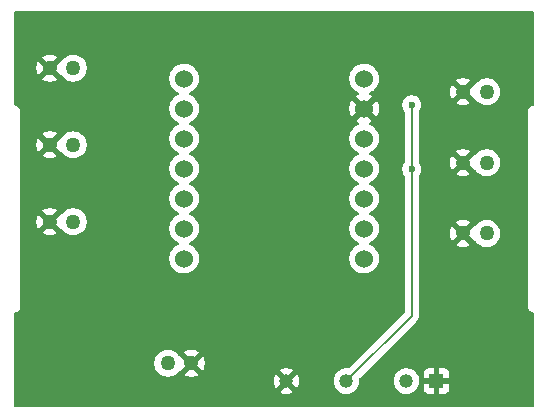
<source format=gbl>
%TF.GenerationSoftware,KiCad,Pcbnew,9.0.0*%
%TF.CreationDate,2025-11-02T14:52:09-05:00*%
%TF.ProjectId,OlfactoryDisplay_main_v2,4f6c6661-6374-46f7-9279-446973706c61,rev?*%
%TF.SameCoordinates,Original*%
%TF.FileFunction,Copper,L2,Bot*%
%TF.FilePolarity,Positive*%
%FSLAX46Y46*%
G04 Gerber Fmt 4.6, Leading zero omitted, Abs format (unit mm)*
G04 Created by KiCad (PCBNEW 9.0.0) date 2025-11-02 14:52:09*
%MOMM*%
%LPD*%
G01*
G04 APERTURE LIST*
%TA.AperFunction,ComponentPad*%
%ADD10C,1.270000*%
%TD*%
%TA.AperFunction,ComponentPad*%
%ADD11C,1.524000*%
%TD*%
%TA.AperFunction,ComponentPad*%
%ADD12R,1.180000X1.180000*%
%TD*%
%TA.AperFunction,ComponentPad*%
%ADD13C,1.180000*%
%TD*%
%TA.AperFunction,ViaPad*%
%ADD14C,0.600000*%
%TD*%
%TA.AperFunction,Conductor*%
%ADD15C,0.200000*%
%TD*%
G04 APERTURE END LIST*
D10*
%TO.P,J3,1,1*%
%TO.N,Atomizer 3 Out*%
X124000000Y-92818500D03*
%TO.P,J3,2,2*%
%TO.N,GND*%
X121999999Y-92818500D03*
%TD*%
%TO.P,J2,1,1*%
%TO.N,Atomizer 2 Out*%
X89000001Y-91318500D03*
%TO.P,J2,2,2*%
%TO.N,GND*%
X87000000Y-91318500D03*
%TD*%
D11*
%TO.P,U7,1,PA02_A0_D0*%
%TO.N,unconnected-(U7-PA02_A0_D0-Pad1)*%
X98380000Y-85698500D03*
%TO.P,U7,2,PA4_A1_D1*%
%TO.N,Net-(U3-G)*%
X98380000Y-88238500D03*
%TO.P,U7,3,PA10_A2_D2*%
%TO.N,Net-(U4-G)*%
X98380000Y-90778500D03*
%TO.P,U7,4,PA11_A3_D3*%
%TO.N,Net-(U2-G)*%
X98380000Y-93318500D03*
%TO.P,U7,5,PA8_A4_D4_SDA*%
%TO.N,unconnected-(U7-PA8_A4_D4_SDA-Pad5)*%
X98380000Y-95858500D03*
%TO.P,U7,6,PA9_A5_D5_SCL*%
%TO.N,unconnected-(U7-PA9_A5_D5_SCL-Pad6)*%
X98380000Y-98398500D03*
%TO.P,U7,7,PB08_A6_D6_TX*%
%TO.N,unconnected-(U7-PB08_A6_D6_TX-Pad7)*%
X98380000Y-100938500D03*
%TO.P,U7,8,PB09_A7_D7_RX*%
%TO.N,unconnected-(U7-PB09_A7_D7_RX-Pad8)*%
X113620000Y-100938500D03*
%TO.P,U7,9,PA7_A8_D8_SCK*%
%TO.N,Net-(U1-G)*%
X113620000Y-98398500D03*
%TO.P,U7,10,PA5_A9_D9_MISO*%
%TO.N,Net-(U5-G)*%
X113620000Y-95858500D03*
%TO.P,U7,11,PA6_A10_D10_MOSI*%
%TO.N,Net-(U6-G)*%
X113620000Y-93318500D03*
%TO.P,U7,12,3V3*%
%TO.N,unconnected-(U7-3V3-Pad12)*%
X113620000Y-90778500D03*
%TO.P,U7,13,GND*%
%TO.N,GND*%
X113620000Y-88238500D03*
%TO.P,U7,14,5V*%
%TO.N,unconnected-(U7-5V-Pad14)*%
X113620000Y-85698500D03*
%TD*%
D10*
%TO.P,J9,1,1*%
%TO.N,5V Fan Out*%
X89000001Y-97818500D03*
%TO.P,J9,2,2*%
%TO.N,GND*%
X87000000Y-97818500D03*
%TD*%
%TO.P,J4,1,1*%
%TO.N,Atomizer 4 Out*%
X124000000Y-86818500D03*
%TO.P,J4,2,2*%
%TO.N,GND*%
X121999999Y-86818500D03*
%TD*%
%TO.P,J1,1,1*%
%TO.N,Atomizer 1 Out*%
X89000001Y-84818500D03*
%TO.P,J1,2,2*%
%TO.N,GND*%
X87000000Y-84818500D03*
%TD*%
%TO.P,J7,1,1*%
%TO.N,Battery 1 In*%
X96999999Y-109818500D03*
%TO.P,J7,2,2*%
%TO.N,GND*%
X99000000Y-109818500D03*
%TD*%
%TO.P,J5,1,1*%
%TO.N,12V Fan Out*%
X124000000Y-98818500D03*
%TO.P,J5,2,2*%
%TO.N,GND*%
X121999999Y-98818500D03*
%TD*%
D12*
%TO.P,PS1,1,+VIN*%
%TO.N,GND*%
X119750000Y-111318500D03*
D13*
%TO.P,PS1,2,-VIN*%
%TO.N,Converter Out*%
X117210000Y-111318500D03*
%TO.P,PS1,4,-VOUT*%
%TO.N,Battery 1 In*%
X112130000Y-111318500D03*
%TO.P,PS1,6,+VOUT*%
%TO.N,GND*%
X107050000Y-111318500D03*
%TD*%
D14*
%TO.N,Battery 1 In*%
X117650000Y-93367650D03*
X117650000Y-87916800D03*
%TD*%
D15*
%TO.N,Battery 1 In*%
X112130000Y-111318500D02*
X117650000Y-105798500D01*
X117650000Y-93367650D02*
X117650000Y-87916800D01*
X117650000Y-105798500D02*
X117650000Y-93367650D01*
%TD*%
%TA.AperFunction,Conductor*%
%TO.N,GND*%
G36*
X127943039Y-80020185D02*
G01*
X127988794Y-80072989D01*
X128000000Y-80124500D01*
X128000000Y-87886696D01*
X127980315Y-87953735D01*
X127927511Y-87999490D01*
X127908097Y-88006469D01*
X127866853Y-88017520D01*
X127806812Y-88033608D01*
X127692686Y-88099500D01*
X127692683Y-88099502D01*
X127599502Y-88192683D01*
X127599500Y-88192686D01*
X127533608Y-88306812D01*
X127499500Y-88434108D01*
X127499500Y-105065891D01*
X127533608Y-105193187D01*
X127566554Y-105250250D01*
X127599500Y-105307314D01*
X127692686Y-105400500D01*
X127806814Y-105466392D01*
X127908095Y-105493529D01*
X127967753Y-105529892D01*
X127998283Y-105592739D01*
X128000000Y-105613303D01*
X128000000Y-113375500D01*
X127980315Y-113442539D01*
X127927511Y-113488294D01*
X127876000Y-113499500D01*
X84124000Y-113499500D01*
X84056961Y-113479815D01*
X84011206Y-113427011D01*
X84000000Y-113375500D01*
X84000000Y-111232715D01*
X105960000Y-111232715D01*
X105960000Y-111404284D01*
X105986839Y-111573742D01*
X106039859Y-111736919D01*
X106117749Y-111889786D01*
X106120867Y-111894077D01*
X106120868Y-111894077D01*
X106660000Y-111354945D01*
X106660000Y-111369844D01*
X106686578Y-111469034D01*
X106737923Y-111557965D01*
X106810535Y-111630577D01*
X106899466Y-111681922D01*
X106998656Y-111708500D01*
X107013553Y-111708500D01*
X106474420Y-112247630D01*
X106474420Y-112247631D01*
X106478711Y-112250748D01*
X106631580Y-112328640D01*
X106794757Y-112381660D01*
X106964216Y-112408500D01*
X107135784Y-112408500D01*
X107305242Y-112381660D01*
X107468424Y-112328638D01*
X107621277Y-112250754D01*
X107621293Y-112250744D01*
X107625577Y-112247631D01*
X107625578Y-112247630D01*
X107086448Y-111708500D01*
X107101344Y-111708500D01*
X107200534Y-111681922D01*
X107289465Y-111630577D01*
X107362077Y-111557965D01*
X107413422Y-111469034D01*
X107440000Y-111369844D01*
X107440000Y-111354948D01*
X107979130Y-111894078D01*
X107979131Y-111894077D01*
X107982244Y-111889793D01*
X107982254Y-111889777D01*
X108060138Y-111736924D01*
X108113160Y-111573742D01*
X108140000Y-111404284D01*
X108140000Y-111232715D01*
X108139994Y-111232676D01*
X111039500Y-111232676D01*
X111039500Y-111404323D01*
X111066352Y-111573860D01*
X111119392Y-111737104D01*
X111119393Y-111737107D01*
X111197183Y-111889777D01*
X111197321Y-111890047D01*
X111298213Y-112028913D01*
X111419587Y-112150287D01*
X111558453Y-112251179D01*
X111633465Y-112289399D01*
X111711392Y-112329106D01*
X111711395Y-112329107D01*
X111781392Y-112351850D01*
X111874641Y-112382148D01*
X112044176Y-112409000D01*
X112044177Y-112409000D01*
X112215823Y-112409000D01*
X112215824Y-112409000D01*
X112385359Y-112382148D01*
X112548607Y-112329106D01*
X112701547Y-112251179D01*
X112840413Y-112150287D01*
X112961787Y-112028913D01*
X113062679Y-111890047D01*
X113140606Y-111737107D01*
X113193648Y-111573859D01*
X113220500Y-111404324D01*
X113220500Y-111232676D01*
X116119500Y-111232676D01*
X116119500Y-111404323D01*
X116146352Y-111573860D01*
X116199392Y-111737104D01*
X116199393Y-111737107D01*
X116277183Y-111889777D01*
X116277321Y-111890047D01*
X116378213Y-112028913D01*
X116499587Y-112150287D01*
X116638453Y-112251179D01*
X116713465Y-112289399D01*
X116791392Y-112329106D01*
X116791395Y-112329107D01*
X116861392Y-112351850D01*
X116954641Y-112382148D01*
X117124176Y-112409000D01*
X117124177Y-112409000D01*
X117295823Y-112409000D01*
X117295824Y-112409000D01*
X117465359Y-112382148D01*
X117628607Y-112329106D01*
X117781547Y-112251179D01*
X117920413Y-112150287D01*
X118041787Y-112028913D01*
X118142679Y-111890047D01*
X118220606Y-111737107D01*
X118273648Y-111573859D01*
X118300500Y-111404324D01*
X118300500Y-111232676D01*
X118273648Y-111063141D01*
X118229102Y-110926040D01*
X118220607Y-110899895D01*
X118220606Y-110899892D01*
X118142678Y-110746952D01*
X118094511Y-110680655D01*
X118660000Y-110680655D01*
X118660000Y-111068500D01*
X119448458Y-111068500D01*
X119437923Y-111079035D01*
X119386578Y-111167966D01*
X119360000Y-111267156D01*
X119360000Y-111369844D01*
X119386578Y-111469034D01*
X119437923Y-111557965D01*
X119448458Y-111568500D01*
X118660000Y-111568500D01*
X118660000Y-111956344D01*
X118666401Y-112015872D01*
X118666403Y-112015879D01*
X118716645Y-112150586D01*
X118716649Y-112150593D01*
X118802809Y-112265687D01*
X118802812Y-112265690D01*
X118917906Y-112351850D01*
X118917913Y-112351854D01*
X119052620Y-112402096D01*
X119052627Y-112402098D01*
X119112155Y-112408499D01*
X119112172Y-112408500D01*
X119500000Y-112408500D01*
X119500000Y-111620042D01*
X119510535Y-111630577D01*
X119599466Y-111681922D01*
X119698656Y-111708500D01*
X119801344Y-111708500D01*
X119900534Y-111681922D01*
X119989465Y-111630577D01*
X120000000Y-111620042D01*
X120000000Y-112408500D01*
X120387828Y-112408500D01*
X120387844Y-112408499D01*
X120447372Y-112402098D01*
X120447379Y-112402096D01*
X120582086Y-112351854D01*
X120582093Y-112351850D01*
X120697187Y-112265690D01*
X120697190Y-112265687D01*
X120783350Y-112150593D01*
X120783354Y-112150586D01*
X120833596Y-112015879D01*
X120833598Y-112015872D01*
X120839999Y-111956344D01*
X120840000Y-111956327D01*
X120840000Y-111568500D01*
X120051542Y-111568500D01*
X120062077Y-111557965D01*
X120113422Y-111469034D01*
X120140000Y-111369844D01*
X120140000Y-111267156D01*
X120113422Y-111167966D01*
X120062077Y-111079035D01*
X120051542Y-111068500D01*
X120840000Y-111068500D01*
X120840000Y-110680672D01*
X120839999Y-110680655D01*
X120833598Y-110621127D01*
X120833596Y-110621120D01*
X120783354Y-110486413D01*
X120783350Y-110486406D01*
X120697190Y-110371312D01*
X120697187Y-110371309D01*
X120582093Y-110285149D01*
X120582086Y-110285145D01*
X120447379Y-110234903D01*
X120447372Y-110234901D01*
X120387844Y-110228500D01*
X120000000Y-110228500D01*
X120000000Y-111016958D01*
X119989465Y-111006423D01*
X119900534Y-110955078D01*
X119801344Y-110928500D01*
X119698656Y-110928500D01*
X119599466Y-110955078D01*
X119510535Y-111006423D01*
X119500000Y-111016958D01*
X119500000Y-110228500D01*
X119112155Y-110228500D01*
X119052627Y-110234901D01*
X119052620Y-110234903D01*
X118917913Y-110285145D01*
X118917906Y-110285149D01*
X118802812Y-110371309D01*
X118802809Y-110371312D01*
X118716649Y-110486406D01*
X118716645Y-110486413D01*
X118666403Y-110621120D01*
X118666401Y-110621127D01*
X118660000Y-110680655D01*
X118094511Y-110680655D01*
X118041787Y-110608087D01*
X117920413Y-110486713D01*
X117781547Y-110385821D01*
X117628607Y-110307893D01*
X117628604Y-110307892D01*
X117465360Y-110254852D01*
X117339407Y-110234903D01*
X117295824Y-110228000D01*
X117124176Y-110228000D01*
X117080593Y-110234903D01*
X116954639Y-110254852D01*
X116791395Y-110307892D01*
X116791392Y-110307893D01*
X116638452Y-110385821D01*
X116559224Y-110443383D01*
X116499587Y-110486713D01*
X116499585Y-110486715D01*
X116499584Y-110486715D01*
X116378215Y-110608084D01*
X116378215Y-110608085D01*
X116378213Y-110608087D01*
X116368744Y-110621120D01*
X116277321Y-110746952D01*
X116199393Y-110899892D01*
X116199392Y-110899895D01*
X116146352Y-111063139D01*
X116119500Y-111232676D01*
X113220500Y-111232676D01*
X113209050Y-111160387D01*
X113208965Y-111159817D01*
X113213674Y-111125723D01*
X113218085Y-111091597D01*
X113218465Y-111091039D01*
X113218526Y-111090605D01*
X113219700Y-111089234D01*
X113243919Y-111053814D01*
X118018713Y-106279021D01*
X118018716Y-106279020D01*
X118130520Y-106167216D01*
X118180639Y-106080404D01*
X118209577Y-106030285D01*
X118250501Y-105877557D01*
X118250501Y-105719443D01*
X118250501Y-105711848D01*
X118250500Y-105711830D01*
X118250500Y-98729168D01*
X120864999Y-98729168D01*
X120864999Y-98907831D01*
X120892945Y-99084280D01*
X120948154Y-99254193D01*
X121029259Y-99413369D01*
X121038650Y-99426293D01*
X121038651Y-99426294D01*
X121618999Y-98845946D01*
X121618999Y-98868660D01*
X121644963Y-98965561D01*
X121695123Y-99052440D01*
X121766059Y-99123376D01*
X121852938Y-99173536D01*
X121949839Y-99199500D01*
X121972553Y-99199500D01*
X121392204Y-99779847D01*
X121392204Y-99779848D01*
X121405128Y-99789238D01*
X121564305Y-99870344D01*
X121734218Y-99925553D01*
X121910668Y-99953500D01*
X122089330Y-99953500D01*
X122265779Y-99925553D01*
X122435692Y-99870344D01*
X122594866Y-99789239D01*
X122594871Y-99789237D01*
X122607793Y-99779847D01*
X122027446Y-99199500D01*
X122050159Y-99199500D01*
X122147060Y-99173536D01*
X122233939Y-99123376D01*
X122304875Y-99052440D01*
X122355035Y-98965561D01*
X122380999Y-98868660D01*
X122380999Y-98845946D01*
X122961346Y-99426293D01*
X122964658Y-99426033D01*
X123033035Y-99440399D01*
X123074701Y-99476765D01*
X123129881Y-99552712D01*
X123133889Y-99558228D01*
X123260272Y-99684611D01*
X123404868Y-99789667D01*
X123564119Y-99870809D01*
X123564121Y-99870810D01*
X123722670Y-99922325D01*
X123734103Y-99926040D01*
X123910634Y-99954000D01*
X123910635Y-99954000D01*
X124089365Y-99954000D01*
X124089366Y-99954000D01*
X124265897Y-99926040D01*
X124265900Y-99926039D01*
X124265901Y-99926039D01*
X124435878Y-99870810D01*
X124435878Y-99870809D01*
X124435881Y-99870809D01*
X124595132Y-99789667D01*
X124739728Y-99684611D01*
X124866111Y-99558228D01*
X124971167Y-99413632D01*
X125052309Y-99254381D01*
X125107540Y-99084397D01*
X125135500Y-98907866D01*
X125135500Y-98729134D01*
X125107540Y-98552603D01*
X125107539Y-98552599D01*
X125107539Y-98552598D01*
X125052310Y-98382621D01*
X125052308Y-98382618D01*
X124986969Y-98254381D01*
X124971167Y-98223368D01*
X124866111Y-98078772D01*
X124739728Y-97952389D01*
X124595132Y-97847333D01*
X124435881Y-97766191D01*
X124435878Y-97766189D01*
X124265899Y-97710960D01*
X124148209Y-97692320D01*
X124089366Y-97683000D01*
X123910634Y-97683000D01*
X123851790Y-97692320D01*
X123734101Y-97710960D01*
X123734098Y-97710960D01*
X123564121Y-97766189D01*
X123564118Y-97766191D01*
X123404867Y-97847333D01*
X123260270Y-97952390D01*
X123133891Y-98078769D01*
X123133884Y-98078778D01*
X123074702Y-98160234D01*
X123019372Y-98202900D01*
X122964657Y-98210966D01*
X122961346Y-98210705D01*
X122380999Y-98791052D01*
X122380999Y-98768340D01*
X122355035Y-98671439D01*
X122304875Y-98584560D01*
X122233939Y-98513624D01*
X122147060Y-98463464D01*
X122050159Y-98437500D01*
X122027446Y-98437500D01*
X122607793Y-97857152D01*
X122607792Y-97857151D01*
X122594868Y-97847760D01*
X122435692Y-97766655D01*
X122265779Y-97711446D01*
X122089330Y-97683500D01*
X121910668Y-97683500D01*
X121734218Y-97711446D01*
X121564305Y-97766655D01*
X121405126Y-97847762D01*
X121392204Y-97857151D01*
X121392203Y-97857151D01*
X121972553Y-98437500D01*
X121949839Y-98437500D01*
X121852938Y-98463464D01*
X121766059Y-98513624D01*
X121695123Y-98584560D01*
X121644963Y-98671439D01*
X121618999Y-98768340D01*
X121618999Y-98791053D01*
X121038650Y-98210704D01*
X121038650Y-98210705D01*
X121029261Y-98223627D01*
X120948154Y-98382806D01*
X120892945Y-98552719D01*
X120864999Y-98729168D01*
X118250500Y-98729168D01*
X118250500Y-93947415D01*
X118254715Y-93931788D01*
X118254096Y-93917770D01*
X118265438Y-93892042D01*
X118267325Y-93885049D01*
X118271007Y-93878720D01*
X118271789Y-93877939D01*
X118359394Y-93746829D01*
X118419737Y-93601147D01*
X118450500Y-93446492D01*
X118450500Y-93288808D01*
X118450500Y-93288805D01*
X118450499Y-93288803D01*
X118419738Y-93134160D01*
X118419737Y-93134153D01*
X118373640Y-93022864D01*
X118359397Y-92988477D01*
X118359390Y-92988464D01*
X118271398Y-92856775D01*
X118265747Y-92838728D01*
X118255523Y-92822819D01*
X118251071Y-92791857D01*
X118250520Y-92790097D01*
X118250500Y-92787884D01*
X118250500Y-92729168D01*
X120864999Y-92729168D01*
X120864999Y-92907831D01*
X120892945Y-93084280D01*
X120948154Y-93254193D01*
X121029259Y-93413369D01*
X121038650Y-93426293D01*
X121038651Y-93426294D01*
X121618999Y-92845946D01*
X121618999Y-92868660D01*
X121644963Y-92965561D01*
X121695123Y-93052440D01*
X121766059Y-93123376D01*
X121852938Y-93173536D01*
X121949839Y-93199500D01*
X121972553Y-93199500D01*
X121392204Y-93779847D01*
X121392204Y-93779848D01*
X121405128Y-93789238D01*
X121564305Y-93870344D01*
X121734218Y-93925553D01*
X121910668Y-93953500D01*
X122089330Y-93953500D01*
X122265779Y-93925553D01*
X122435692Y-93870344D01*
X122594866Y-93789239D01*
X122594871Y-93789237D01*
X122607793Y-93779847D01*
X122027446Y-93199500D01*
X122050159Y-93199500D01*
X122147060Y-93173536D01*
X122233939Y-93123376D01*
X122304875Y-93052440D01*
X122355035Y-92965561D01*
X122380999Y-92868660D01*
X122380999Y-92845946D01*
X122961346Y-93426293D01*
X122964658Y-93426033D01*
X123033035Y-93440399D01*
X123074701Y-93476765D01*
X123129881Y-93552712D01*
X123133889Y-93558228D01*
X123260272Y-93684611D01*
X123404868Y-93789667D01*
X123564119Y-93870809D01*
X123564121Y-93870810D01*
X123708650Y-93917770D01*
X123734103Y-93926040D01*
X123910634Y-93954000D01*
X123910635Y-93954000D01*
X124089365Y-93954000D01*
X124089366Y-93954000D01*
X124265897Y-93926040D01*
X124265900Y-93926039D01*
X124265901Y-93926039D01*
X124435878Y-93870810D01*
X124435878Y-93870809D01*
X124435881Y-93870809D01*
X124595132Y-93789667D01*
X124739728Y-93684611D01*
X124866111Y-93558228D01*
X124971167Y-93413632D01*
X125052309Y-93254381D01*
X125091371Y-93134160D01*
X125107539Y-93084401D01*
X125107539Y-93084400D01*
X125107540Y-93084397D01*
X125135500Y-92907866D01*
X125135500Y-92729134D01*
X125107540Y-92552603D01*
X125107539Y-92552599D01*
X125107539Y-92552598D01*
X125052310Y-92382621D01*
X125052308Y-92382618D01*
X125046292Y-92370809D01*
X124971167Y-92223368D01*
X124866111Y-92078772D01*
X124739728Y-91952389D01*
X124595132Y-91847333D01*
X124435881Y-91766191D01*
X124435878Y-91766189D01*
X124265899Y-91710960D01*
X124148209Y-91692320D01*
X124089366Y-91683000D01*
X123910634Y-91683000D01*
X123851790Y-91692320D01*
X123734101Y-91710960D01*
X123734098Y-91710960D01*
X123564121Y-91766189D01*
X123564118Y-91766191D01*
X123404867Y-91847333D01*
X123260270Y-91952390D01*
X123133891Y-92078769D01*
X123133884Y-92078778D01*
X123074702Y-92160234D01*
X123019372Y-92202900D01*
X122964657Y-92210966D01*
X122961346Y-92210705D01*
X122380999Y-92791052D01*
X122380999Y-92768340D01*
X122355035Y-92671439D01*
X122304875Y-92584560D01*
X122233939Y-92513624D01*
X122147060Y-92463464D01*
X122050159Y-92437500D01*
X122027446Y-92437500D01*
X122607793Y-91857152D01*
X122607792Y-91857151D01*
X122594868Y-91847760D01*
X122435692Y-91766655D01*
X122265779Y-91711446D01*
X122089330Y-91683500D01*
X121910668Y-91683500D01*
X121734218Y-91711446D01*
X121564305Y-91766655D01*
X121405126Y-91847762D01*
X121392204Y-91857151D01*
X121392203Y-91857151D01*
X121972553Y-92437500D01*
X121949839Y-92437500D01*
X121852938Y-92463464D01*
X121766059Y-92513624D01*
X121695123Y-92584560D01*
X121644963Y-92671439D01*
X121618999Y-92768340D01*
X121618999Y-92791053D01*
X121038650Y-92210704D01*
X121038650Y-92210705D01*
X121029261Y-92223627D01*
X120948154Y-92382806D01*
X120892945Y-92552719D01*
X120864999Y-92729168D01*
X118250500Y-92729168D01*
X118250500Y-88496565D01*
X118270185Y-88429526D01*
X118271398Y-88427674D01*
X118359390Y-88295985D01*
X118359390Y-88295984D01*
X118359394Y-88295979D01*
X118419737Y-88150297D01*
X118450500Y-87995642D01*
X118450500Y-87837958D01*
X118450500Y-87837955D01*
X118450499Y-87837953D01*
X118434353Y-87756779D01*
X118419738Y-87683308D01*
X118419737Y-87683307D01*
X118419737Y-87683303D01*
X118375625Y-87576806D01*
X118359397Y-87537627D01*
X118359390Y-87537614D01*
X118271789Y-87406511D01*
X118271786Y-87406507D01*
X118160292Y-87295013D01*
X118160288Y-87295010D01*
X118029185Y-87207409D01*
X118029172Y-87207402D01*
X117883501Y-87147064D01*
X117883489Y-87147061D01*
X117728845Y-87116300D01*
X117728842Y-87116300D01*
X117571158Y-87116300D01*
X117571155Y-87116300D01*
X117416510Y-87147061D01*
X117416498Y-87147064D01*
X117270827Y-87207402D01*
X117270814Y-87207409D01*
X117139711Y-87295010D01*
X117139707Y-87295013D01*
X117028213Y-87406507D01*
X117028210Y-87406511D01*
X116940609Y-87537614D01*
X116940602Y-87537627D01*
X116880264Y-87683298D01*
X116880261Y-87683310D01*
X116849500Y-87837953D01*
X116849500Y-87995646D01*
X116880261Y-88150289D01*
X116880264Y-88150301D01*
X116940602Y-88295972D01*
X116940609Y-88295985D01*
X117028602Y-88427674D01*
X117049480Y-88494351D01*
X117049500Y-88496565D01*
X117049500Y-92787884D01*
X117029815Y-92854923D01*
X117028602Y-92856775D01*
X116940609Y-92988464D01*
X116940602Y-92988477D01*
X116880264Y-93134148D01*
X116880261Y-93134160D01*
X116849500Y-93288803D01*
X116849500Y-93446496D01*
X116880261Y-93601139D01*
X116880264Y-93601151D01*
X116940602Y-93746822D01*
X116940609Y-93746835D01*
X117028602Y-93878524D01*
X117049480Y-93945201D01*
X117049500Y-93947415D01*
X117049500Y-105498402D01*
X117029815Y-105565441D01*
X117013181Y-105586083D01*
X112394686Y-110204577D01*
X112333363Y-110238062D01*
X112287606Y-110239369D01*
X112215828Y-110228000D01*
X112215824Y-110228000D01*
X112044176Y-110228000D01*
X112000593Y-110234903D01*
X111874639Y-110254852D01*
X111711395Y-110307892D01*
X111711392Y-110307893D01*
X111558452Y-110385821D01*
X111479224Y-110443383D01*
X111419587Y-110486713D01*
X111419585Y-110486715D01*
X111419584Y-110486715D01*
X111298215Y-110608084D01*
X111298215Y-110608085D01*
X111298213Y-110608087D01*
X111288744Y-110621120D01*
X111197321Y-110746952D01*
X111119393Y-110899892D01*
X111119392Y-110899895D01*
X111066352Y-111063139D01*
X111039500Y-111232676D01*
X108139994Y-111232676D01*
X108113160Y-111063257D01*
X108060140Y-110900080D01*
X107982248Y-110747211D01*
X107979131Y-110742920D01*
X107440000Y-111282051D01*
X107440000Y-111267156D01*
X107413422Y-111167966D01*
X107362077Y-111079035D01*
X107289465Y-111006423D01*
X107200534Y-110955078D01*
X107101344Y-110928500D01*
X107086447Y-110928500D01*
X107625578Y-110389369D01*
X107625577Y-110389367D01*
X107621286Y-110386249D01*
X107468419Y-110308359D01*
X107305242Y-110255339D01*
X107135784Y-110228500D01*
X106964216Y-110228500D01*
X106794757Y-110255339D01*
X106631580Y-110308359D01*
X106478716Y-110386249D01*
X106474421Y-110389367D01*
X106474421Y-110389369D01*
X107013554Y-110928500D01*
X106998656Y-110928500D01*
X106899466Y-110955078D01*
X106810535Y-111006423D01*
X106737923Y-111079035D01*
X106686578Y-111167966D01*
X106660000Y-111267156D01*
X106660000Y-111282052D01*
X106120869Y-110742921D01*
X106120867Y-110742921D01*
X106117749Y-110747216D01*
X106039859Y-110900080D01*
X105986839Y-111063257D01*
X105960000Y-111232715D01*
X84000000Y-111232715D01*
X84000000Y-109729134D01*
X95864499Y-109729134D01*
X95864499Y-109907865D01*
X95892459Y-110084398D01*
X95892459Y-110084401D01*
X95947688Y-110254378D01*
X95947690Y-110254381D01*
X96028832Y-110413632D01*
X96133888Y-110558228D01*
X96260271Y-110684611D01*
X96404867Y-110789667D01*
X96564118Y-110870809D01*
X96564120Y-110870810D01*
X96654205Y-110900080D01*
X96734102Y-110926040D01*
X96910633Y-110954000D01*
X96910634Y-110954000D01*
X97089364Y-110954000D01*
X97089365Y-110954000D01*
X97265896Y-110926040D01*
X97265899Y-110926039D01*
X97265900Y-110926039D01*
X97435877Y-110870810D01*
X97435877Y-110870809D01*
X97435880Y-110870809D01*
X97595131Y-110789667D01*
X97739727Y-110684611D01*
X97866110Y-110558228D01*
X97928420Y-110472465D01*
X97931898Y-110468452D01*
X97956998Y-110452319D01*
X97980626Y-110434100D01*
X97986749Y-110433197D01*
X97990674Y-110430675D01*
X98003861Y-110430674D01*
X98035344Y-110426033D01*
X98038652Y-110426293D01*
X98619000Y-109845945D01*
X98619000Y-109868660D01*
X98644964Y-109965561D01*
X98695124Y-110052440D01*
X98766060Y-110123376D01*
X98852939Y-110173536D01*
X98949840Y-110199500D01*
X98972554Y-110199500D01*
X98392205Y-110779847D01*
X98392205Y-110779848D01*
X98405129Y-110789238D01*
X98564306Y-110870344D01*
X98734219Y-110925553D01*
X98910669Y-110953500D01*
X99089331Y-110953500D01*
X99265780Y-110925553D01*
X99435693Y-110870344D01*
X99594867Y-110789239D01*
X99594872Y-110789237D01*
X99607794Y-110779847D01*
X99027447Y-110199500D01*
X99050160Y-110199500D01*
X99147061Y-110173536D01*
X99233940Y-110123376D01*
X99304876Y-110052440D01*
X99355036Y-109965561D01*
X99381000Y-109868660D01*
X99381000Y-109845946D01*
X99961348Y-110426294D01*
X99970737Y-110413372D01*
X99970739Y-110413368D01*
X99987575Y-110380327D01*
X100051844Y-110254193D01*
X100107053Y-110084280D01*
X100135000Y-109907831D01*
X100135000Y-109729168D01*
X100107053Y-109552719D01*
X100051844Y-109382806D01*
X99970738Y-109223629D01*
X99961347Y-109210705D01*
X99381000Y-109791052D01*
X99381000Y-109768340D01*
X99355036Y-109671439D01*
X99304876Y-109584560D01*
X99233940Y-109513624D01*
X99147061Y-109463464D01*
X99050160Y-109437500D01*
X99027447Y-109437500D01*
X99607794Y-108857152D01*
X99607793Y-108857151D01*
X99594869Y-108847760D01*
X99435693Y-108766655D01*
X99265780Y-108711446D01*
X99089331Y-108683500D01*
X98910669Y-108683500D01*
X98734219Y-108711446D01*
X98564306Y-108766655D01*
X98405127Y-108847762D01*
X98392205Y-108857151D01*
X98392204Y-108857151D01*
X98972554Y-109437500D01*
X98949840Y-109437500D01*
X98852939Y-109463464D01*
X98766060Y-109513624D01*
X98695124Y-109584560D01*
X98644964Y-109671439D01*
X98619000Y-109768340D01*
X98619000Y-109791053D01*
X98038651Y-109210704D01*
X98035343Y-109210965D01*
X98030426Y-109209932D01*
X98025608Y-109211347D01*
X97996574Y-109202820D01*
X97966966Y-109196601D01*
X97962077Y-109192690D01*
X97958569Y-109191660D01*
X97946274Y-109180047D01*
X97931897Y-109168546D01*
X97928417Y-109164529D01*
X97866110Y-109078772D01*
X97739727Y-108952389D01*
X97595131Y-108847333D01*
X97435880Y-108766191D01*
X97435877Y-108766189D01*
X97265898Y-108710960D01*
X97148208Y-108692320D01*
X97089365Y-108683000D01*
X96910633Y-108683000D01*
X96851789Y-108692320D01*
X96734100Y-108710960D01*
X96734097Y-108710960D01*
X96564120Y-108766189D01*
X96564117Y-108766191D01*
X96404866Y-108847333D01*
X96260269Y-108952390D01*
X96133889Y-109078770D01*
X96028832Y-109223367D01*
X95947690Y-109382618D01*
X95947688Y-109382621D01*
X95892459Y-109552598D01*
X95892459Y-109552601D01*
X95864499Y-109729134D01*
X84000000Y-109729134D01*
X84000000Y-105613303D01*
X84019685Y-105546264D01*
X84072489Y-105500509D01*
X84091895Y-105493532D01*
X84193186Y-105466392D01*
X84307314Y-105400500D01*
X84400500Y-105307314D01*
X84466392Y-105193186D01*
X84500500Y-105065892D01*
X84500500Y-97729168D01*
X85865000Y-97729168D01*
X85865000Y-97907831D01*
X85892946Y-98084280D01*
X85948155Y-98254193D01*
X86029260Y-98413369D01*
X86038651Y-98426293D01*
X86038652Y-98426294D01*
X86619000Y-97845946D01*
X86619000Y-97868660D01*
X86644964Y-97965561D01*
X86695124Y-98052440D01*
X86766060Y-98123376D01*
X86852939Y-98173536D01*
X86949840Y-98199500D01*
X86972554Y-98199500D01*
X86392205Y-98779847D01*
X86392205Y-98779848D01*
X86405129Y-98789238D01*
X86564306Y-98870344D01*
X86734219Y-98925553D01*
X86910669Y-98953500D01*
X87089331Y-98953500D01*
X87265780Y-98925553D01*
X87435693Y-98870344D01*
X87594867Y-98789239D01*
X87594872Y-98789237D01*
X87607794Y-98779847D01*
X87027447Y-98199500D01*
X87050160Y-98199500D01*
X87147061Y-98173536D01*
X87233940Y-98123376D01*
X87304876Y-98052440D01*
X87355036Y-97965561D01*
X87381000Y-97868660D01*
X87381000Y-97845946D01*
X87961347Y-98426293D01*
X87964659Y-98426033D01*
X88033036Y-98440399D01*
X88074702Y-98476765D01*
X88129800Y-98552598D01*
X88133890Y-98558228D01*
X88260273Y-98684611D01*
X88404869Y-98789667D01*
X88564120Y-98870809D01*
X88564122Y-98870810D01*
X88602046Y-98883132D01*
X88734104Y-98926040D01*
X88910635Y-98954000D01*
X88910636Y-98954000D01*
X89089366Y-98954000D01*
X89089367Y-98954000D01*
X89265898Y-98926040D01*
X89265901Y-98926039D01*
X89265902Y-98926039D01*
X89435879Y-98870810D01*
X89435879Y-98870809D01*
X89435882Y-98870809D01*
X89595133Y-98789667D01*
X89739729Y-98684611D01*
X89866112Y-98558228D01*
X89971168Y-98413632D01*
X90052310Y-98254381D01*
X90066501Y-98210705D01*
X90107540Y-98084401D01*
X90107540Y-98084400D01*
X90107541Y-98084397D01*
X90135501Y-97907866D01*
X90135501Y-97729134D01*
X90107541Y-97552603D01*
X90107540Y-97552599D01*
X90107540Y-97552598D01*
X90052311Y-97382621D01*
X90052309Y-97382618D01*
X89971300Y-97223627D01*
X89971168Y-97223368D01*
X89866112Y-97078772D01*
X89739729Y-96952389D01*
X89595133Y-96847333D01*
X89435882Y-96766191D01*
X89435879Y-96766189D01*
X89265900Y-96710960D01*
X89148210Y-96692320D01*
X89089367Y-96683000D01*
X88910635Y-96683000D01*
X88851791Y-96692320D01*
X88734102Y-96710960D01*
X88734099Y-96710960D01*
X88564122Y-96766189D01*
X88564119Y-96766191D01*
X88404868Y-96847333D01*
X88260271Y-96952390D01*
X88133892Y-97078769D01*
X88133885Y-97078778D01*
X88074703Y-97160234D01*
X88019373Y-97202900D01*
X87964658Y-97210966D01*
X87961347Y-97210705D01*
X87381000Y-97791052D01*
X87381000Y-97768340D01*
X87355036Y-97671439D01*
X87304876Y-97584560D01*
X87233940Y-97513624D01*
X87147061Y-97463464D01*
X87050160Y-97437500D01*
X87027447Y-97437500D01*
X87607794Y-96857152D01*
X87607793Y-96857151D01*
X87594869Y-96847760D01*
X87435693Y-96766655D01*
X87265780Y-96711446D01*
X87089331Y-96683500D01*
X86910669Y-96683500D01*
X86734219Y-96711446D01*
X86564306Y-96766655D01*
X86405127Y-96847762D01*
X86392205Y-96857151D01*
X86392204Y-96857151D01*
X86972554Y-97437500D01*
X86949840Y-97437500D01*
X86852939Y-97463464D01*
X86766060Y-97513624D01*
X86695124Y-97584560D01*
X86644964Y-97671439D01*
X86619000Y-97768340D01*
X86619000Y-97791053D01*
X86038651Y-97210704D01*
X86038651Y-97210705D01*
X86029262Y-97223627D01*
X85948155Y-97382806D01*
X85892946Y-97552719D01*
X85865000Y-97729168D01*
X84500500Y-97729168D01*
X84500500Y-91229168D01*
X85865000Y-91229168D01*
X85865000Y-91407831D01*
X85892946Y-91584280D01*
X85948155Y-91754193D01*
X86029260Y-91913369D01*
X86038651Y-91926293D01*
X86038652Y-91926294D01*
X86619000Y-91345946D01*
X86619000Y-91368660D01*
X86644964Y-91465561D01*
X86695124Y-91552440D01*
X86766060Y-91623376D01*
X86852939Y-91673536D01*
X86949840Y-91699500D01*
X86972554Y-91699500D01*
X86392205Y-92279847D01*
X86392205Y-92279848D01*
X86405129Y-92289238D01*
X86564306Y-92370344D01*
X86734219Y-92425553D01*
X86910669Y-92453500D01*
X87089331Y-92453500D01*
X87265780Y-92425553D01*
X87435693Y-92370344D01*
X87594867Y-92289239D01*
X87594872Y-92289237D01*
X87607794Y-92279847D01*
X87027447Y-91699500D01*
X87050160Y-91699500D01*
X87147061Y-91673536D01*
X87233940Y-91623376D01*
X87304876Y-91552440D01*
X87355036Y-91465561D01*
X87381000Y-91368660D01*
X87381000Y-91345946D01*
X87961347Y-91926293D01*
X87964659Y-91926033D01*
X88033036Y-91940399D01*
X88074702Y-91976765D01*
X88121373Y-92041000D01*
X88133890Y-92058228D01*
X88260273Y-92184611D01*
X88404869Y-92289667D01*
X88564120Y-92370809D01*
X88564122Y-92370810D01*
X88722671Y-92422325D01*
X88734104Y-92426040D01*
X88910635Y-92454000D01*
X88910636Y-92454000D01*
X89089366Y-92454000D01*
X89089367Y-92454000D01*
X89265898Y-92426040D01*
X89265901Y-92426039D01*
X89265902Y-92426039D01*
X89435879Y-92370810D01*
X89435879Y-92370809D01*
X89435882Y-92370809D01*
X89595133Y-92289667D01*
X89739729Y-92184611D01*
X89866112Y-92058228D01*
X89971168Y-91913632D01*
X90052310Y-91754381D01*
X90094876Y-91623376D01*
X90107540Y-91584401D01*
X90107540Y-91584400D01*
X90107541Y-91584397D01*
X90135501Y-91407866D01*
X90135501Y-91229134D01*
X90107541Y-91052603D01*
X90107540Y-91052599D01*
X90107540Y-91052598D01*
X90052311Y-90882621D01*
X90052309Y-90882618D01*
X90049886Y-90877861D01*
X89971168Y-90723368D01*
X89866112Y-90578772D01*
X89739729Y-90452389D01*
X89595133Y-90347333D01*
X89435882Y-90266191D01*
X89435879Y-90266189D01*
X89265900Y-90210960D01*
X89148210Y-90192320D01*
X89089367Y-90183000D01*
X88910635Y-90183000D01*
X88851791Y-90192320D01*
X88734102Y-90210960D01*
X88734099Y-90210960D01*
X88564122Y-90266189D01*
X88564119Y-90266191D01*
X88404868Y-90347333D01*
X88260271Y-90452390D01*
X88133892Y-90578769D01*
X88133885Y-90578778D01*
X88074703Y-90660234D01*
X88019373Y-90702900D01*
X87964658Y-90710966D01*
X87961347Y-90710705D01*
X87381000Y-91291052D01*
X87381000Y-91268340D01*
X87355036Y-91171439D01*
X87304876Y-91084560D01*
X87233940Y-91013624D01*
X87147061Y-90963464D01*
X87050160Y-90937500D01*
X87027447Y-90937500D01*
X87607794Y-90357152D01*
X87607793Y-90357151D01*
X87594869Y-90347760D01*
X87435693Y-90266655D01*
X87265780Y-90211446D01*
X87089331Y-90183500D01*
X86910669Y-90183500D01*
X86734219Y-90211446D01*
X86564306Y-90266655D01*
X86405127Y-90347762D01*
X86392205Y-90357151D01*
X86392204Y-90357151D01*
X86972554Y-90937500D01*
X86949840Y-90937500D01*
X86852939Y-90963464D01*
X86766060Y-91013624D01*
X86695124Y-91084560D01*
X86644964Y-91171439D01*
X86619000Y-91268340D01*
X86619000Y-91291053D01*
X86038651Y-90710704D01*
X86038651Y-90710705D01*
X86029262Y-90723627D01*
X85948155Y-90882806D01*
X85892946Y-91052719D01*
X85865000Y-91229168D01*
X84500500Y-91229168D01*
X84500500Y-88434108D01*
X84466392Y-88306814D01*
X84400500Y-88192686D01*
X84307314Y-88099500D01*
X84250250Y-88066554D01*
X84193187Y-88033608D01*
X84150519Y-88022175D01*
X84091905Y-88006470D01*
X84032246Y-87970106D01*
X84001717Y-87907259D01*
X84000000Y-87886696D01*
X84000000Y-84729168D01*
X85865000Y-84729168D01*
X85865000Y-84907831D01*
X85892946Y-85084280D01*
X85948155Y-85254193D01*
X86029260Y-85413369D01*
X86038651Y-85426293D01*
X86038652Y-85426294D01*
X86619000Y-84845946D01*
X86619000Y-84868660D01*
X86644964Y-84965561D01*
X86695124Y-85052440D01*
X86766060Y-85123376D01*
X86852939Y-85173536D01*
X86949840Y-85199500D01*
X86972554Y-85199500D01*
X86392205Y-85779847D01*
X86392205Y-85779848D01*
X86405129Y-85789238D01*
X86564306Y-85870344D01*
X86734219Y-85925553D01*
X86910669Y-85953500D01*
X87089331Y-85953500D01*
X87265780Y-85925553D01*
X87435693Y-85870344D01*
X87594867Y-85789239D01*
X87594872Y-85789237D01*
X87607794Y-85779847D01*
X87027447Y-85199500D01*
X87050160Y-85199500D01*
X87147061Y-85173536D01*
X87233940Y-85123376D01*
X87304876Y-85052440D01*
X87355036Y-84965561D01*
X87381000Y-84868660D01*
X87381000Y-84845946D01*
X87961347Y-85426293D01*
X87964659Y-85426033D01*
X88033036Y-85440399D01*
X88074702Y-85476765D01*
X88107118Y-85521380D01*
X88133890Y-85558228D01*
X88260273Y-85684611D01*
X88404869Y-85789667D01*
X88564120Y-85870809D01*
X88564122Y-85870810D01*
X88607829Y-85885011D01*
X88734104Y-85926040D01*
X88910635Y-85954000D01*
X88910636Y-85954000D01*
X89089366Y-85954000D01*
X89089367Y-85954000D01*
X89265898Y-85926040D01*
X89265901Y-85926039D01*
X89265902Y-85926039D01*
X89435879Y-85870810D01*
X89435879Y-85870809D01*
X89435882Y-85870809D01*
X89595133Y-85789667D01*
X89739729Y-85684611D01*
X89825201Y-85599139D01*
X97117500Y-85599139D01*
X97117500Y-85797860D01*
X97148587Y-85994137D01*
X97209993Y-86183129D01*
X97209994Y-86183132D01*
X97230496Y-86223368D01*
X97300213Y-86360194D01*
X97417019Y-86520964D01*
X97557536Y-86661481D01*
X97718306Y-86778287D01*
X97797226Y-86818499D01*
X97874780Y-86858015D01*
X97925576Y-86905990D01*
X97942371Y-86973811D01*
X97919833Y-87039946D01*
X97874780Y-87078985D01*
X97718305Y-87158713D01*
X97557533Y-87275521D01*
X97417021Y-87416033D01*
X97300213Y-87576805D01*
X97209994Y-87753867D01*
X97209993Y-87753870D01*
X97148587Y-87942862D01*
X97117500Y-88139139D01*
X97117500Y-88337860D01*
X97148587Y-88534137D01*
X97209993Y-88723129D01*
X97209994Y-88723132D01*
X97252888Y-88807314D01*
X97300213Y-88900194D01*
X97417019Y-89060964D01*
X97557536Y-89201481D01*
X97718306Y-89318287D01*
X97836832Y-89378679D01*
X97874780Y-89398015D01*
X97925576Y-89445990D01*
X97942371Y-89513811D01*
X97919833Y-89579946D01*
X97874780Y-89618985D01*
X97718305Y-89698713D01*
X97557533Y-89815521D01*
X97417021Y-89956033D01*
X97300213Y-90116805D01*
X97209994Y-90293867D01*
X97209993Y-90293870D01*
X97148587Y-90482862D01*
X97133396Y-90578778D01*
X97117500Y-90679139D01*
X97117500Y-90877861D01*
X97118254Y-90882619D01*
X97148587Y-91074137D01*
X97209993Y-91263129D01*
X97209994Y-91263132D01*
X97263764Y-91368660D01*
X97300213Y-91440194D01*
X97417019Y-91600964D01*
X97557536Y-91741481D01*
X97718306Y-91858287D01*
X97826410Y-91913369D01*
X97874780Y-91938015D01*
X97925576Y-91985990D01*
X97942371Y-92053811D01*
X97919833Y-92119946D01*
X97874780Y-92158985D01*
X97718305Y-92238713D01*
X97557533Y-92355521D01*
X97417021Y-92496033D01*
X97300213Y-92656805D01*
X97209994Y-92833867D01*
X97209993Y-92833870D01*
X97148587Y-93022862D01*
X97117500Y-93219139D01*
X97117500Y-93417860D01*
X97148587Y-93614137D01*
X97209993Y-93803129D01*
X97209994Y-93803132D01*
X97272620Y-93926040D01*
X97300213Y-93980194D01*
X97417019Y-94140964D01*
X97557536Y-94281481D01*
X97718306Y-94398287D01*
X97836832Y-94458679D01*
X97874780Y-94478015D01*
X97925576Y-94525990D01*
X97942371Y-94593811D01*
X97919833Y-94659946D01*
X97874780Y-94698985D01*
X97718305Y-94778713D01*
X97557533Y-94895521D01*
X97417021Y-95036033D01*
X97300213Y-95196805D01*
X97209994Y-95373867D01*
X97209993Y-95373870D01*
X97148587Y-95562862D01*
X97117500Y-95759139D01*
X97117500Y-95957860D01*
X97148587Y-96154137D01*
X97209993Y-96343129D01*
X97209994Y-96343132D01*
X97300213Y-96520194D01*
X97417019Y-96680964D01*
X97557536Y-96821481D01*
X97718306Y-96938287D01*
X97745983Y-96952389D01*
X97874780Y-97018015D01*
X97925576Y-97065990D01*
X97942371Y-97133811D01*
X97919833Y-97199946D01*
X97874780Y-97238985D01*
X97718305Y-97318713D01*
X97557533Y-97435521D01*
X97417021Y-97576033D01*
X97300213Y-97736805D01*
X97209994Y-97913867D01*
X97209993Y-97913870D01*
X97148587Y-98102862D01*
X97117500Y-98299139D01*
X97117500Y-98497860D01*
X97148587Y-98694137D01*
X97209993Y-98883129D01*
X97209994Y-98883132D01*
X97296262Y-99052440D01*
X97300213Y-99060194D01*
X97417019Y-99220964D01*
X97557536Y-99361481D01*
X97718306Y-99478287D01*
X97836832Y-99538679D01*
X97874780Y-99558015D01*
X97925576Y-99605990D01*
X97942371Y-99673811D01*
X97919833Y-99739946D01*
X97874780Y-99778985D01*
X97718305Y-99858713D01*
X97557533Y-99975521D01*
X97417021Y-100116033D01*
X97300213Y-100276805D01*
X97209994Y-100453867D01*
X97209993Y-100453870D01*
X97148587Y-100642862D01*
X97117500Y-100839139D01*
X97117500Y-101037860D01*
X97148587Y-101234137D01*
X97209993Y-101423129D01*
X97209994Y-101423132D01*
X97300213Y-101600194D01*
X97417019Y-101760964D01*
X97557536Y-101901481D01*
X97718306Y-102018287D01*
X97805149Y-102062535D01*
X97895367Y-102108505D01*
X97895370Y-102108506D01*
X97989866Y-102139209D01*
X98084364Y-102169913D01*
X98280639Y-102201000D01*
X98280640Y-102201000D01*
X98479360Y-102201000D01*
X98479361Y-102201000D01*
X98675636Y-102169913D01*
X98864632Y-102108505D01*
X99041694Y-102018287D01*
X99202464Y-101901481D01*
X99342981Y-101760964D01*
X99459787Y-101600194D01*
X99550005Y-101423132D01*
X99611413Y-101234136D01*
X99642500Y-101037861D01*
X99642500Y-100839139D01*
X99611413Y-100642864D01*
X99550005Y-100453868D01*
X99550005Y-100453867D01*
X99459786Y-100276805D01*
X99342981Y-100116036D01*
X99202464Y-99975519D01*
X99041694Y-99858713D01*
X98885218Y-99778984D01*
X98834423Y-99731010D01*
X98817628Y-99663189D01*
X98840165Y-99597054D01*
X98885218Y-99558015D01*
X99041694Y-99478287D01*
X99202464Y-99361481D01*
X99342981Y-99220964D01*
X99459787Y-99060194D01*
X99550005Y-98883132D01*
X99611413Y-98694136D01*
X99642500Y-98497861D01*
X99642500Y-98299139D01*
X99611413Y-98102864D01*
X99566801Y-97965561D01*
X99550006Y-97913870D01*
X99550005Y-97913867D01*
X99459786Y-97736805D01*
X99342981Y-97576036D01*
X99202464Y-97435519D01*
X99041694Y-97318713D01*
X98885218Y-97238984D01*
X98834423Y-97191010D01*
X98817628Y-97123189D01*
X98840165Y-97057054D01*
X98885218Y-97018015D01*
X99041694Y-96938287D01*
X99202464Y-96821481D01*
X99342981Y-96680964D01*
X99459787Y-96520194D01*
X99550005Y-96343132D01*
X99611413Y-96154136D01*
X99642500Y-95957861D01*
X99642500Y-95759139D01*
X99611413Y-95562864D01*
X99550005Y-95373868D01*
X99550005Y-95373867D01*
X99459786Y-95196805D01*
X99342981Y-95036036D01*
X99202464Y-94895519D01*
X99041694Y-94778713D01*
X98885218Y-94698984D01*
X98834423Y-94651010D01*
X98817628Y-94583189D01*
X98840165Y-94517054D01*
X98885218Y-94478015D01*
X99041694Y-94398287D01*
X99202464Y-94281481D01*
X99342981Y-94140964D01*
X99459787Y-93980194D01*
X99550005Y-93803132D01*
X99611413Y-93614136D01*
X99642500Y-93417861D01*
X99642500Y-93219139D01*
X99611413Y-93022864D01*
X99561310Y-92868660D01*
X99550006Y-92833870D01*
X99550005Y-92833867D01*
X99459786Y-92656805D01*
X99407297Y-92584560D01*
X99342981Y-92496036D01*
X99202464Y-92355519D01*
X99041694Y-92238713D01*
X98885218Y-92158984D01*
X98834423Y-92111010D01*
X98817628Y-92043189D01*
X98840165Y-91977054D01*
X98885218Y-91938015D01*
X99041694Y-91858287D01*
X99202464Y-91741481D01*
X99342981Y-91600964D01*
X99459787Y-91440194D01*
X99550005Y-91263132D01*
X99611413Y-91074136D01*
X99642500Y-90877861D01*
X99642500Y-90679139D01*
X99611413Y-90482864D01*
X99567516Y-90347762D01*
X99550006Y-90293870D01*
X99550005Y-90293867D01*
X99459786Y-90116805D01*
X99342981Y-89956036D01*
X99202464Y-89815519D01*
X99041694Y-89698713D01*
X98885218Y-89618984D01*
X98834423Y-89571010D01*
X98817628Y-89503189D01*
X98840165Y-89437054D01*
X98885218Y-89398015D01*
X99041694Y-89318287D01*
X99202464Y-89201481D01*
X99342981Y-89060964D01*
X99459787Y-88900194D01*
X99550005Y-88723132D01*
X99611413Y-88534136D01*
X99642500Y-88337861D01*
X99642500Y-88139139D01*
X99611413Y-87942864D01*
X99561637Y-87789667D01*
X99550006Y-87753870D01*
X99550005Y-87753867D01*
X99504035Y-87663649D01*
X99459787Y-87576806D01*
X99342981Y-87416036D01*
X99202464Y-87275519D01*
X99041694Y-87158713D01*
X98885218Y-87078984D01*
X98834423Y-87031010D01*
X98817628Y-86963189D01*
X98840165Y-86897054D01*
X98885218Y-86858015D01*
X99041694Y-86778287D01*
X99202464Y-86661481D01*
X99342981Y-86520964D01*
X99459787Y-86360194D01*
X99550005Y-86183132D01*
X99611413Y-85994136D01*
X99642500Y-85797861D01*
X99642500Y-85599139D01*
X112357500Y-85599139D01*
X112357500Y-85797860D01*
X112388587Y-85994137D01*
X112449993Y-86183129D01*
X112449994Y-86183132D01*
X112470496Y-86223368D01*
X112540213Y-86360194D01*
X112657019Y-86520964D01*
X112797536Y-86661481D01*
X112958306Y-86778287D01*
X113115332Y-86858296D01*
X113166127Y-86906269D01*
X113182922Y-86974090D01*
X113160385Y-87040225D01*
X113115332Y-87079264D01*
X112958566Y-87159141D01*
X112921283Y-87186229D01*
X112921282Y-87186230D01*
X113535906Y-87800852D01*
X113448429Y-87824292D01*
X113347070Y-87882811D01*
X113264311Y-87965570D01*
X113205792Y-88066929D01*
X113182352Y-88154405D01*
X112567730Y-87539782D01*
X112567729Y-87539783D01*
X112540643Y-87577064D01*
X112450457Y-87754062D01*
X112389075Y-87942976D01*
X112389075Y-87942979D01*
X112358000Y-88139178D01*
X112358000Y-88337821D01*
X112389075Y-88534020D01*
X112389075Y-88534023D01*
X112450457Y-88722937D01*
X112540641Y-88899932D01*
X112567730Y-88937215D01*
X112567731Y-88937216D01*
X113182352Y-88322594D01*
X113205792Y-88410071D01*
X113264311Y-88511430D01*
X113347070Y-88594189D01*
X113448429Y-88652708D01*
X113535905Y-88676147D01*
X112921283Y-89290768D01*
X112921283Y-89290769D01*
X112958567Y-89317858D01*
X113115331Y-89397734D01*
X113166127Y-89445709D01*
X113182922Y-89513530D01*
X113160384Y-89579665D01*
X113115331Y-89618704D01*
X112958305Y-89698713D01*
X112797533Y-89815521D01*
X112657021Y-89956033D01*
X112540213Y-90116805D01*
X112449994Y-90293867D01*
X112449993Y-90293870D01*
X112388587Y-90482862D01*
X112373396Y-90578778D01*
X112357500Y-90679139D01*
X112357500Y-90877861D01*
X112358254Y-90882619D01*
X112388587Y-91074137D01*
X112449993Y-91263129D01*
X112449994Y-91263132D01*
X112503764Y-91368660D01*
X112540213Y-91440194D01*
X112657019Y-91600964D01*
X112797536Y-91741481D01*
X112958306Y-91858287D01*
X113066410Y-91913369D01*
X113114780Y-91938015D01*
X113165576Y-91985990D01*
X113182371Y-92053811D01*
X113159833Y-92119946D01*
X113114780Y-92158985D01*
X112958305Y-92238713D01*
X112797533Y-92355521D01*
X112657021Y-92496033D01*
X112540213Y-92656805D01*
X112449994Y-92833867D01*
X112449993Y-92833870D01*
X112388587Y-93022862D01*
X112357500Y-93219139D01*
X112357500Y-93417860D01*
X112388587Y-93614137D01*
X112449993Y-93803129D01*
X112449994Y-93803132D01*
X112512620Y-93926040D01*
X112540213Y-93980194D01*
X112657019Y-94140964D01*
X112797536Y-94281481D01*
X112958306Y-94398287D01*
X113076832Y-94458679D01*
X113114780Y-94478015D01*
X113165576Y-94525990D01*
X113182371Y-94593811D01*
X113159833Y-94659946D01*
X113114780Y-94698985D01*
X112958305Y-94778713D01*
X112797533Y-94895521D01*
X112657021Y-95036033D01*
X112540213Y-95196805D01*
X112449994Y-95373867D01*
X112449993Y-95373870D01*
X112388587Y-95562862D01*
X112357500Y-95759139D01*
X112357500Y-95957860D01*
X112388587Y-96154137D01*
X112449993Y-96343129D01*
X112449994Y-96343132D01*
X112540213Y-96520194D01*
X112657019Y-96680964D01*
X112797536Y-96821481D01*
X112958306Y-96938287D01*
X112985983Y-96952389D01*
X113114780Y-97018015D01*
X113165576Y-97065990D01*
X113182371Y-97133811D01*
X113159833Y-97199946D01*
X113114780Y-97238985D01*
X112958305Y-97318713D01*
X112797533Y-97435521D01*
X112657021Y-97576033D01*
X112540213Y-97736805D01*
X112449994Y-97913867D01*
X112449993Y-97913870D01*
X112388587Y-98102862D01*
X112357500Y-98299139D01*
X112357500Y-98497860D01*
X112388587Y-98694137D01*
X112449993Y-98883129D01*
X112449994Y-98883132D01*
X112536262Y-99052440D01*
X112540213Y-99060194D01*
X112657019Y-99220964D01*
X112797536Y-99361481D01*
X112958306Y-99478287D01*
X113076832Y-99538679D01*
X113114780Y-99558015D01*
X113165576Y-99605990D01*
X113182371Y-99673811D01*
X113159833Y-99739946D01*
X113114780Y-99778985D01*
X112958305Y-99858713D01*
X112797533Y-99975521D01*
X112657021Y-100116033D01*
X112540213Y-100276805D01*
X112449994Y-100453867D01*
X112449993Y-100453870D01*
X112388587Y-100642862D01*
X112357500Y-100839139D01*
X112357500Y-101037860D01*
X112388587Y-101234137D01*
X112449993Y-101423129D01*
X112449994Y-101423132D01*
X112540213Y-101600194D01*
X112657019Y-101760964D01*
X112797536Y-101901481D01*
X112958306Y-102018287D01*
X113045149Y-102062535D01*
X113135367Y-102108505D01*
X113135370Y-102108506D01*
X113229866Y-102139209D01*
X113324364Y-102169913D01*
X113520639Y-102201000D01*
X113520640Y-102201000D01*
X113719360Y-102201000D01*
X113719361Y-102201000D01*
X113915636Y-102169913D01*
X114104632Y-102108505D01*
X114281694Y-102018287D01*
X114442464Y-101901481D01*
X114582981Y-101760964D01*
X114699787Y-101600194D01*
X114790005Y-101423132D01*
X114851413Y-101234136D01*
X114882500Y-101037861D01*
X114882500Y-100839139D01*
X114851413Y-100642864D01*
X114790005Y-100453868D01*
X114790005Y-100453867D01*
X114699786Y-100276805D01*
X114582981Y-100116036D01*
X114442464Y-99975519D01*
X114281694Y-99858713D01*
X114125218Y-99778984D01*
X114074423Y-99731010D01*
X114057628Y-99663189D01*
X114080165Y-99597054D01*
X114125218Y-99558015D01*
X114281694Y-99478287D01*
X114442464Y-99361481D01*
X114582981Y-99220964D01*
X114699787Y-99060194D01*
X114790005Y-98883132D01*
X114851413Y-98694136D01*
X114882500Y-98497861D01*
X114882500Y-98299139D01*
X114851413Y-98102864D01*
X114806801Y-97965561D01*
X114790006Y-97913870D01*
X114790005Y-97913867D01*
X114699786Y-97736805D01*
X114582981Y-97576036D01*
X114442464Y-97435519D01*
X114281694Y-97318713D01*
X114125218Y-97238984D01*
X114074423Y-97191010D01*
X114057628Y-97123189D01*
X114080165Y-97057054D01*
X114125218Y-97018015D01*
X114281694Y-96938287D01*
X114442464Y-96821481D01*
X114582981Y-96680964D01*
X114699787Y-96520194D01*
X114790005Y-96343132D01*
X114851413Y-96154136D01*
X114882500Y-95957861D01*
X114882500Y-95759139D01*
X114851413Y-95562864D01*
X114790005Y-95373868D01*
X114790005Y-95373867D01*
X114699786Y-95196805D01*
X114582981Y-95036036D01*
X114442464Y-94895519D01*
X114281694Y-94778713D01*
X114125218Y-94698984D01*
X114074423Y-94651010D01*
X114057628Y-94583189D01*
X114080165Y-94517054D01*
X114125218Y-94478015D01*
X114281694Y-94398287D01*
X114442464Y-94281481D01*
X114582981Y-94140964D01*
X114699787Y-93980194D01*
X114790005Y-93803132D01*
X114851413Y-93614136D01*
X114882500Y-93417861D01*
X114882500Y-93219139D01*
X114851413Y-93022864D01*
X114801310Y-92868660D01*
X114790006Y-92833870D01*
X114790005Y-92833867D01*
X114699786Y-92656805D01*
X114647297Y-92584560D01*
X114582981Y-92496036D01*
X114442464Y-92355519D01*
X114281694Y-92238713D01*
X114125218Y-92158984D01*
X114074423Y-92111010D01*
X114057628Y-92043189D01*
X114080165Y-91977054D01*
X114125218Y-91938015D01*
X114281694Y-91858287D01*
X114442464Y-91741481D01*
X114582981Y-91600964D01*
X114699787Y-91440194D01*
X114790005Y-91263132D01*
X114851413Y-91074136D01*
X114882500Y-90877861D01*
X114882500Y-90679139D01*
X114851413Y-90482864D01*
X114807516Y-90347762D01*
X114790006Y-90293870D01*
X114790005Y-90293867D01*
X114699786Y-90116805D01*
X114582981Y-89956036D01*
X114442464Y-89815519D01*
X114281694Y-89698713D01*
X114124667Y-89618703D01*
X114073872Y-89570729D01*
X114057077Y-89502908D01*
X114079614Y-89436773D01*
X114124669Y-89397734D01*
X114281422Y-89317864D01*
X114318716Y-89290768D01*
X113704095Y-88676147D01*
X113791571Y-88652708D01*
X113892930Y-88594189D01*
X113975689Y-88511430D01*
X114034208Y-88410071D01*
X114057647Y-88322594D01*
X114672268Y-88937215D01*
X114699362Y-88899925D01*
X114789542Y-88722937D01*
X114850924Y-88534023D01*
X114850924Y-88534020D01*
X114882000Y-88337821D01*
X114882000Y-88139178D01*
X114850924Y-87942979D01*
X114850924Y-87942976D01*
X114789542Y-87754062D01*
X114699358Y-87577067D01*
X114672268Y-87539783D01*
X114057647Y-88154404D01*
X114034208Y-88066929D01*
X113975689Y-87965570D01*
X113892930Y-87882811D01*
X113791571Y-87824292D01*
X113704094Y-87800852D01*
X114318716Y-87186231D01*
X114318715Y-87186230D01*
X114281432Y-87159141D01*
X114124668Y-87079265D01*
X114073872Y-87031290D01*
X114057077Y-86963469D01*
X114079615Y-86897334D01*
X114124667Y-86858296D01*
X114281694Y-86778287D01*
X114349301Y-86729168D01*
X120864999Y-86729168D01*
X120864999Y-86907831D01*
X120892945Y-87084280D01*
X120948154Y-87254193D01*
X121029259Y-87413369D01*
X121038650Y-87426293D01*
X121038651Y-87426294D01*
X121618999Y-86845946D01*
X121618999Y-86868660D01*
X121644963Y-86965561D01*
X121695123Y-87052440D01*
X121766059Y-87123376D01*
X121852938Y-87173536D01*
X121949839Y-87199500D01*
X121972553Y-87199500D01*
X121392204Y-87779847D01*
X121392204Y-87779848D01*
X121405128Y-87789238D01*
X121564305Y-87870344D01*
X121734218Y-87925553D01*
X121910668Y-87953500D01*
X122089330Y-87953500D01*
X122265779Y-87925553D01*
X122435692Y-87870344D01*
X122594866Y-87789239D01*
X122594871Y-87789237D01*
X122607793Y-87779847D01*
X122027446Y-87199500D01*
X122050159Y-87199500D01*
X122147060Y-87173536D01*
X122233939Y-87123376D01*
X122304875Y-87052440D01*
X122355035Y-86965561D01*
X122380999Y-86868660D01*
X122380999Y-86845946D01*
X122961346Y-87426293D01*
X122964658Y-87426033D01*
X123033035Y-87440399D01*
X123074701Y-87476765D01*
X123118912Y-87537614D01*
X123133889Y-87558228D01*
X123260272Y-87684611D01*
X123404868Y-87789667D01*
X123564119Y-87870809D01*
X123564121Y-87870810D01*
X123601057Y-87882811D01*
X123734103Y-87926040D01*
X123910634Y-87954000D01*
X123910635Y-87954000D01*
X124089365Y-87954000D01*
X124089366Y-87954000D01*
X124265897Y-87926040D01*
X124265900Y-87926039D01*
X124265901Y-87926039D01*
X124435878Y-87870810D01*
X124435878Y-87870809D01*
X124435881Y-87870809D01*
X124595132Y-87789667D01*
X124739728Y-87684611D01*
X124866111Y-87558228D01*
X124971167Y-87413632D01*
X125052309Y-87254381D01*
X125083254Y-87159141D01*
X125107539Y-87084401D01*
X125107539Y-87084400D01*
X125107540Y-87084397D01*
X125135500Y-86907866D01*
X125135500Y-86729134D01*
X125107540Y-86552603D01*
X125107539Y-86552599D01*
X125107539Y-86552598D01*
X125052310Y-86382621D01*
X125052308Y-86382618D01*
X125040883Y-86360194D01*
X124971167Y-86223368D01*
X124866111Y-86078772D01*
X124739728Y-85952389D01*
X124595132Y-85847333D01*
X124435881Y-85766191D01*
X124435878Y-85766189D01*
X124265899Y-85710960D01*
X124099537Y-85684611D01*
X124089366Y-85683000D01*
X123910634Y-85683000D01*
X123900463Y-85684611D01*
X123734101Y-85710960D01*
X123734098Y-85710960D01*
X123564121Y-85766189D01*
X123564118Y-85766191D01*
X123404867Y-85847333D01*
X123260270Y-85952390D01*
X123133891Y-86078769D01*
X123133884Y-86078778D01*
X123074702Y-86160234D01*
X123019372Y-86202900D01*
X122964657Y-86210966D01*
X122961346Y-86210705D01*
X122380999Y-86791052D01*
X122380999Y-86768340D01*
X122355035Y-86671439D01*
X122304875Y-86584560D01*
X122233939Y-86513624D01*
X122147060Y-86463464D01*
X122050159Y-86437500D01*
X122027446Y-86437500D01*
X122607793Y-85857152D01*
X122607792Y-85857151D01*
X122594868Y-85847760D01*
X122435692Y-85766655D01*
X122265779Y-85711446D01*
X122089330Y-85683500D01*
X121910668Y-85683500D01*
X121734218Y-85711446D01*
X121564305Y-85766655D01*
X121405126Y-85847762D01*
X121392204Y-85857151D01*
X121392203Y-85857151D01*
X121972553Y-86437500D01*
X121949839Y-86437500D01*
X121852938Y-86463464D01*
X121766059Y-86513624D01*
X121695123Y-86584560D01*
X121644963Y-86671439D01*
X121618999Y-86768340D01*
X121618999Y-86791053D01*
X121038650Y-86210704D01*
X121038650Y-86210705D01*
X121029261Y-86223627D01*
X120948154Y-86382806D01*
X120892945Y-86552719D01*
X120864999Y-86729168D01*
X114349301Y-86729168D01*
X114442464Y-86661481D01*
X114582981Y-86520964D01*
X114699787Y-86360194D01*
X114790005Y-86183132D01*
X114851413Y-85994136D01*
X114870947Y-85870808D01*
X114882500Y-85797861D01*
X114882500Y-85599139D01*
X114851413Y-85402864D01*
X114820709Y-85308366D01*
X114790006Y-85213870D01*
X114790005Y-85213867D01*
X114699786Y-85036805D01*
X114582981Y-84876036D01*
X114442464Y-84735519D01*
X114281694Y-84618713D01*
X114104632Y-84528494D01*
X114104629Y-84528493D01*
X113915637Y-84467087D01*
X113817498Y-84451543D01*
X113719361Y-84436000D01*
X113520639Y-84436000D01*
X113455214Y-84446362D01*
X113324362Y-84467087D01*
X113135370Y-84528493D01*
X113135367Y-84528494D01*
X112958305Y-84618713D01*
X112797533Y-84735521D01*
X112657021Y-84876033D01*
X112540213Y-85036805D01*
X112449994Y-85213867D01*
X112449993Y-85213870D01*
X112388587Y-85402862D01*
X112357500Y-85599139D01*
X99642500Y-85599139D01*
X99611413Y-85402864D01*
X99580709Y-85308366D01*
X99550006Y-85213870D01*
X99550005Y-85213867D01*
X99459786Y-85036805D01*
X99342981Y-84876036D01*
X99202464Y-84735519D01*
X99041694Y-84618713D01*
X98864632Y-84528494D01*
X98864629Y-84528493D01*
X98675637Y-84467087D01*
X98577498Y-84451543D01*
X98479361Y-84436000D01*
X98280639Y-84436000D01*
X98215214Y-84446362D01*
X98084362Y-84467087D01*
X97895370Y-84528493D01*
X97895367Y-84528494D01*
X97718305Y-84618713D01*
X97557533Y-84735521D01*
X97417021Y-84876033D01*
X97300213Y-85036805D01*
X97209994Y-85213867D01*
X97209993Y-85213870D01*
X97148587Y-85402862D01*
X97117500Y-85599139D01*
X89825201Y-85599139D01*
X89866112Y-85558228D01*
X89971168Y-85413632D01*
X90052310Y-85254381D01*
X90065473Y-85213870D01*
X90107540Y-85084401D01*
X90107540Y-85084400D01*
X90107541Y-85084397D01*
X90135501Y-84907866D01*
X90135501Y-84729134D01*
X90107541Y-84552603D01*
X90107540Y-84552599D01*
X90107540Y-84552598D01*
X90052311Y-84382621D01*
X90052309Y-84382618D01*
X89971300Y-84223627D01*
X89971168Y-84223368D01*
X89866112Y-84078772D01*
X89739729Y-83952389D01*
X89595133Y-83847333D01*
X89435882Y-83766191D01*
X89435879Y-83766189D01*
X89265900Y-83710960D01*
X89148210Y-83692320D01*
X89089367Y-83683000D01*
X88910635Y-83683000D01*
X88851791Y-83692320D01*
X88734102Y-83710960D01*
X88734099Y-83710960D01*
X88564122Y-83766189D01*
X88564119Y-83766191D01*
X88404868Y-83847333D01*
X88260271Y-83952390D01*
X88133892Y-84078769D01*
X88133885Y-84078778D01*
X88074703Y-84160234D01*
X88019373Y-84202900D01*
X87964658Y-84210966D01*
X87961347Y-84210705D01*
X87381000Y-84791052D01*
X87381000Y-84768340D01*
X87355036Y-84671439D01*
X87304876Y-84584560D01*
X87233940Y-84513624D01*
X87147061Y-84463464D01*
X87050160Y-84437500D01*
X87027447Y-84437500D01*
X87607794Y-83857152D01*
X87607793Y-83857151D01*
X87594869Y-83847760D01*
X87435693Y-83766655D01*
X87265780Y-83711446D01*
X87089331Y-83683500D01*
X86910669Y-83683500D01*
X86734219Y-83711446D01*
X86564306Y-83766655D01*
X86405127Y-83847762D01*
X86392205Y-83857151D01*
X86392204Y-83857151D01*
X86972554Y-84437500D01*
X86949840Y-84437500D01*
X86852939Y-84463464D01*
X86766060Y-84513624D01*
X86695124Y-84584560D01*
X86644964Y-84671439D01*
X86619000Y-84768340D01*
X86619000Y-84791053D01*
X86038651Y-84210704D01*
X86038651Y-84210705D01*
X86029262Y-84223627D01*
X85948155Y-84382806D01*
X85892946Y-84552719D01*
X85865000Y-84729168D01*
X84000000Y-84729168D01*
X84000000Y-80124500D01*
X84019685Y-80057461D01*
X84072489Y-80011706D01*
X84124000Y-80000500D01*
X127876000Y-80000500D01*
X127943039Y-80020185D01*
G37*
%TD.AperFunction*%
%TD*%
M02*

</source>
